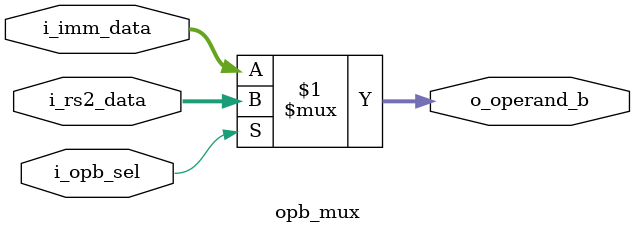
<source format=sv>
module opb_mux (
	input  logic		  i_opb_sel,	// Tin hieu select B
	input  logic [31:0] i_rs2_data,	// Du lieu tu thanh ghi rs2
	input  logic [31:0] i_imm_data,  // Du lieu immediate
	output logic [31:0] o_operand_b	// Ngo ra operand B
);

	// Chon tin hieu dau vao dua theo i_opb_sel:
	// Neu i_opb_sel = 1, chon i_rs2_data lam gia tri cua o_operand_b
	// Neu i_opb_sel = 0, chon i_imm_data lam gia tri cua o_operand_b
	assign o_operand_b = (i_opb_sel) ? i_rs2_data: i_imm_data  ;
endmodule: opb_mux
</source>
